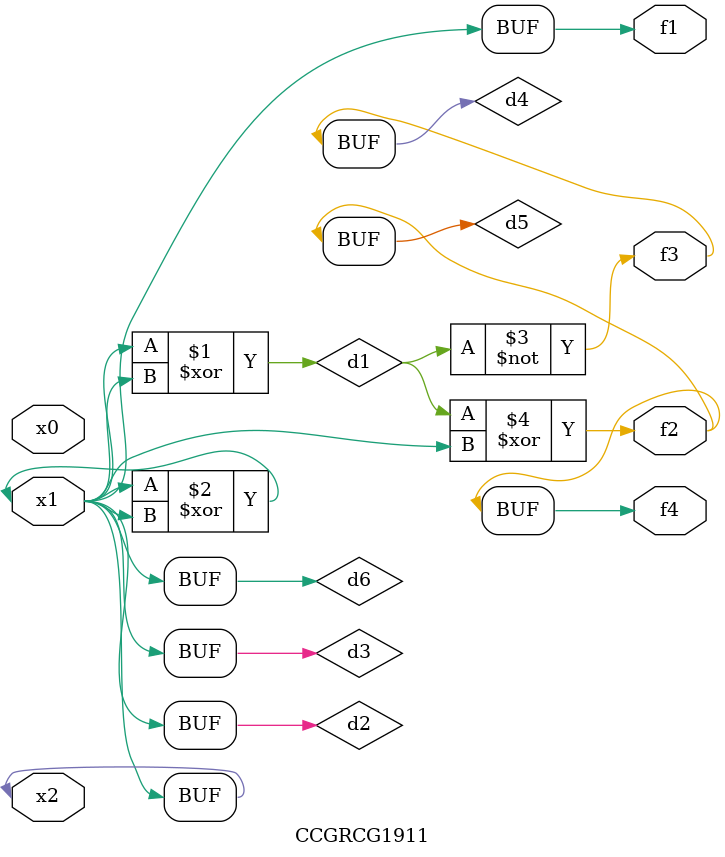
<source format=v>
module CCGRCG1911(
	input x0, x1, x2,
	output f1, f2, f3, f4
);

	wire d1, d2, d3, d4, d5, d6;

	xor (d1, x1, x2);
	buf (d2, x1, x2);
	xor (d3, x1, x2);
	nor (d4, d1);
	xor (d5, d1, d2);
	buf (d6, d2, d3);
	assign f1 = d6;
	assign f2 = d5;
	assign f3 = d4;
	assign f4 = d5;
endmodule

</source>
